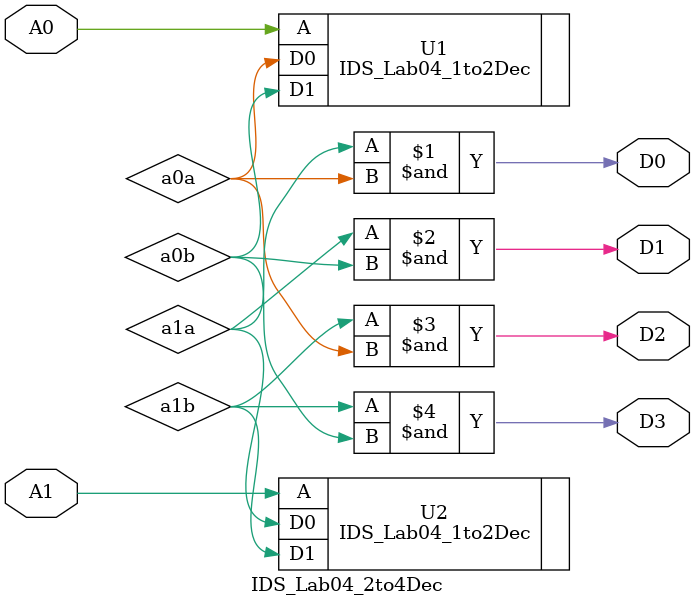
<source format=v>
`timescale 1ns / 1ps
module IDS_Lab04_2to4Dec(
    input A0,
    input A1,
    output D0,
    output D1,
    output D2,
    output D3
    );
	 
	 wire a0a, a0b, a1a, a1b;

IDS_Lab04_1to2Dec U1
(
	.A(A0),
	.D0(a0a),
	.D1(a0b)
);

IDS_Lab04_1to2Dec U2
(
	.A(A1),
	.D0(a1a),
	.D1(a1b)
);

and
	g0(D0, a1a, a0a),
	g1(D1, a1a, a0b),
	g2(D2, a1b, a0a),
	g3(D3, a1b, a0b);
	
endmodule

</source>
